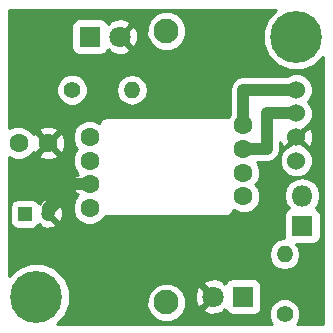
<source format=gbl>
G04 #@! TF.FileFunction,Copper,L2,Bot,Signal*
%FSLAX46Y46*%
G04 Gerber Fmt 4.6, Leading zero omitted, Abs format (unit mm)*
G04 Created by KiCad (PCBNEW 4.0.7-e2-6376~58~ubuntu16.04.1) date Mon May 21 22:34:23 2018*
%MOMM*%
%LPD*%
G01*
G04 APERTURE LIST*
%ADD10C,0.100000*%
%ADD11C,2.100000*%
%ADD12C,1.600000*%
%ADD13R,1.200000X1.200000*%
%ADD14C,1.200000*%
%ADD15R,1.800000X1.800000*%
%ADD16C,1.800000*%
%ADD17O,1.800000X1.800000*%
%ADD18C,4.400000*%
%ADD19C,1.400000*%
%ADD20O,1.400000X1.400000*%
%ADD21C,1.524000*%
%ADD22C,1.000000*%
%ADD23C,0.254000*%
G04 APERTURE END LIST*
D10*
D11*
X168000000Y-95750000D03*
X168000000Y-72750000D03*
D12*
X155500000Y-82250000D03*
X158000000Y-82250000D03*
D13*
X156000000Y-88250000D03*
D14*
X158000000Y-88250000D03*
D15*
X174500000Y-95250000D03*
D16*
X171960000Y-95250000D03*
D15*
X161500000Y-73250000D03*
D16*
X164040000Y-73250000D03*
D15*
X179500000Y-89250000D03*
D17*
X179500000Y-86710000D03*
D18*
X157000000Y-95250000D03*
X179000000Y-73250000D03*
D19*
X178000000Y-96750000D03*
D20*
X178000000Y-91670000D03*
D19*
X160000000Y-77750000D03*
D20*
X165080000Y-77750000D03*
D21*
X179000000Y-83750000D03*
X179000000Y-81750000D03*
X179000000Y-79750000D03*
X179000000Y-77750000D03*
D12*
X161500000Y-87750000D03*
X161500000Y-85750000D03*
X161500000Y-83750000D03*
X161500000Y-81750000D03*
X174500000Y-86750000D03*
X174500000Y-84750000D03*
X174500000Y-82750000D03*
X174500000Y-80750000D03*
D22*
X158000000Y-88250000D02*
X158000000Y-87750000D01*
X158000000Y-87750000D02*
X160000000Y-85750000D01*
X160000000Y-85750000D02*
X161500000Y-85750000D01*
X179000000Y-79750000D02*
X176500000Y-79750000D01*
X176500000Y-82750000D02*
X174500000Y-82750000D01*
X176500000Y-79750000D02*
X176500000Y-82750000D01*
X179000000Y-77750000D02*
X174500000Y-77750000D01*
X174500000Y-77750000D02*
X174500000Y-80750000D01*
D23*
G36*
X176598005Y-71642005D02*
X176165493Y-72683610D01*
X176164509Y-73811442D01*
X176595202Y-74853801D01*
X177392005Y-75651995D01*
X178433610Y-76084507D01*
X179561442Y-76085491D01*
X180603801Y-75654798D01*
X181290000Y-74969795D01*
X181290000Y-97540000D01*
X179098245Y-97540000D01*
X179131098Y-97507204D01*
X179334768Y-97016713D01*
X179335231Y-96485617D01*
X179132418Y-95994771D01*
X178757204Y-95618902D01*
X178266713Y-95415232D01*
X177735617Y-95414769D01*
X177244771Y-95617582D01*
X176868902Y-95992796D01*
X176665232Y-96483287D01*
X176664769Y-97014383D01*
X176867582Y-97505229D01*
X176902292Y-97540000D01*
X158718799Y-97540000D01*
X159401995Y-96857995D01*
X159723511Y-96083697D01*
X166314708Y-96083697D01*
X166570694Y-96703229D01*
X167044278Y-97177640D01*
X167663362Y-97434707D01*
X168333697Y-97435292D01*
X168953229Y-97179306D01*
X169427640Y-96705722D01*
X169684707Y-96086638D01*
X169685292Y-95416303D01*
X169517137Y-95009336D01*
X170413542Y-95009336D01*
X170439161Y-95619460D01*
X170623357Y-96064148D01*
X170879841Y-96150554D01*
X171780395Y-95250000D01*
X170879841Y-94349446D01*
X170623357Y-94435852D01*
X170413542Y-95009336D01*
X169517137Y-95009336D01*
X169429306Y-94796771D01*
X168955722Y-94322360D01*
X168588417Y-94169841D01*
X171059446Y-94169841D01*
X171960000Y-95070395D01*
X171974143Y-95056253D01*
X172153748Y-95235858D01*
X172139605Y-95250000D01*
X172153748Y-95264143D01*
X171974143Y-95443748D01*
X171960000Y-95429605D01*
X171059446Y-96330159D01*
X171145852Y-96586643D01*
X171719336Y-96796458D01*
X172329460Y-96770839D01*
X172774148Y-96586643D01*
X172860553Y-96330161D01*
X172975110Y-96444718D01*
X173011588Y-96408240D01*
X173135910Y-96601441D01*
X173348110Y-96746431D01*
X173600000Y-96797440D01*
X175400000Y-96797440D01*
X175635317Y-96753162D01*
X175851441Y-96614090D01*
X175996431Y-96401890D01*
X176047440Y-96150000D01*
X176047440Y-94350000D01*
X176003162Y-94114683D01*
X175864090Y-93898559D01*
X175651890Y-93753569D01*
X175400000Y-93702560D01*
X173600000Y-93702560D01*
X173364683Y-93746838D01*
X173148559Y-93885910D01*
X173009402Y-94089574D01*
X172975110Y-94055282D01*
X172860553Y-94169839D01*
X172774148Y-93913357D01*
X172200664Y-93703542D01*
X171590540Y-93729161D01*
X171145852Y-93913357D01*
X171059446Y-94169841D01*
X168588417Y-94169841D01*
X168336638Y-94065293D01*
X167666303Y-94064708D01*
X167046771Y-94320694D01*
X166572360Y-94794278D01*
X166315293Y-95413362D01*
X166314708Y-96083697D01*
X159723511Y-96083697D01*
X159834507Y-95816390D01*
X159835491Y-94688558D01*
X159404798Y-93646199D01*
X158607995Y-92848005D01*
X157566390Y-92415493D01*
X156438558Y-92414509D01*
X155396199Y-92845202D01*
X154710000Y-93530205D01*
X154710000Y-91643846D01*
X176665000Y-91643846D01*
X176665000Y-91696154D01*
X176766621Y-92207036D01*
X177056012Y-92640142D01*
X177489118Y-92929533D01*
X178000000Y-93031154D01*
X178510882Y-92929533D01*
X178943988Y-92640142D01*
X179233379Y-92207036D01*
X179335000Y-91696154D01*
X179335000Y-91643846D01*
X179233379Y-91132964D01*
X179009190Y-90797440D01*
X180400000Y-90797440D01*
X180635317Y-90753162D01*
X180851441Y-90614090D01*
X180996431Y-90401890D01*
X181047440Y-90150000D01*
X181047440Y-88350000D01*
X181003162Y-88114683D01*
X180864090Y-87898559D01*
X180651890Y-87753569D01*
X180635656Y-87750281D01*
X180918155Y-87327491D01*
X181035000Y-86740072D01*
X181035000Y-86679928D01*
X180918155Y-86092509D01*
X180585409Y-85594519D01*
X180087419Y-85261773D01*
X179500000Y-85144928D01*
X178912581Y-85261773D01*
X178414591Y-85594519D01*
X178081845Y-86092509D01*
X177965000Y-86679928D01*
X177965000Y-86740072D01*
X178081845Y-87327491D01*
X178362837Y-87748026D01*
X178148559Y-87885910D01*
X178003569Y-88098110D01*
X177952560Y-88350000D01*
X177952560Y-90150000D01*
X177983082Y-90312211D01*
X177489118Y-90410467D01*
X177056012Y-90699858D01*
X176766621Y-91132964D01*
X176665000Y-91643846D01*
X154710000Y-91643846D01*
X154710000Y-87650000D01*
X154752560Y-87650000D01*
X154752560Y-88850000D01*
X154796838Y-89085317D01*
X154935910Y-89301441D01*
X155148110Y-89446431D01*
X155400000Y-89497440D01*
X156600000Y-89497440D01*
X156835317Y-89453162D01*
X157051441Y-89314090D01*
X157146993Y-89174245D01*
X157201178Y-89228430D01*
X157316871Y-89112737D01*
X157366383Y-89338164D01*
X157831036Y-89497807D01*
X158321413Y-89467482D01*
X158633617Y-89338164D01*
X158683130Y-89112735D01*
X158000000Y-88429605D01*
X157985858Y-88443748D01*
X157806253Y-88264143D01*
X157820395Y-88250000D01*
X158179605Y-88250000D01*
X158862735Y-88933130D01*
X159088164Y-88883617D01*
X159247807Y-88418964D01*
X159217482Y-87928587D01*
X159088164Y-87616383D01*
X158862735Y-87566870D01*
X158179605Y-88250000D01*
X157820395Y-88250000D01*
X157806253Y-88235858D01*
X157985858Y-88056253D01*
X158000000Y-88070395D01*
X158683130Y-87387265D01*
X158633617Y-87161836D01*
X158168964Y-87002193D01*
X157678587Y-87032518D01*
X157366383Y-87161836D01*
X157316871Y-87387263D01*
X157201178Y-87271570D01*
X157146351Y-87326397D01*
X157064090Y-87198559D01*
X156851890Y-87053569D01*
X156600000Y-87002560D01*
X155400000Y-87002560D01*
X155164683Y-87046838D01*
X154948559Y-87185910D01*
X154803569Y-87398110D01*
X154752560Y-87650000D01*
X154710000Y-87650000D01*
X154710000Y-85533223D01*
X160053035Y-85533223D01*
X160080222Y-86103454D01*
X160246136Y-86504005D01*
X160492253Y-86578139D01*
X160377378Y-86693014D01*
X160452455Y-86768091D01*
X160284176Y-86936077D01*
X160065250Y-87463309D01*
X160064752Y-88034187D01*
X160282757Y-88561800D01*
X160686077Y-88965824D01*
X161213309Y-89184750D01*
X161784187Y-89185248D01*
X162311800Y-88967243D01*
X162715824Y-88563923D01*
X162777365Y-88415715D01*
X163000000Y-88460000D01*
X173000000Y-88460000D01*
X173271705Y-88405954D01*
X173502046Y-88252046D01*
X173655954Y-88021705D01*
X173670228Y-87949947D01*
X173686077Y-87965824D01*
X174213309Y-88184750D01*
X174784187Y-88185248D01*
X175311800Y-87967243D01*
X175715824Y-87563923D01*
X175934750Y-87036691D01*
X175935248Y-86465813D01*
X175717243Y-85938200D01*
X175529397Y-85750026D01*
X175715824Y-85563923D01*
X175934750Y-85036691D01*
X175935248Y-84465813D01*
X175753795Y-84026661D01*
X177602758Y-84026661D01*
X177814990Y-84540303D01*
X178207630Y-84933629D01*
X178720900Y-85146757D01*
X179276661Y-85147242D01*
X179790303Y-84935010D01*
X180183629Y-84542370D01*
X180396757Y-84029100D01*
X180397242Y-83473339D01*
X180185010Y-82959697D01*
X179792370Y-82566371D01*
X179526273Y-82455878D01*
X179000000Y-81929605D01*
X178473698Y-82455907D01*
X178209697Y-82564990D01*
X177816371Y-82957630D01*
X177603243Y-83470900D01*
X177602758Y-84026661D01*
X175753795Y-84026661D01*
X175717243Y-83938200D01*
X175664136Y-83885000D01*
X176500000Y-83885000D01*
X176934346Y-83798603D01*
X177302566Y-83552566D01*
X177548603Y-83184346D01*
X177635000Y-82750000D01*
X177635000Y-82136869D01*
X177777603Y-82481143D01*
X178019787Y-82550608D01*
X178820395Y-81750000D01*
X179179605Y-81750000D01*
X179980213Y-82550608D01*
X180222397Y-82481143D01*
X180409144Y-81957698D01*
X180381362Y-81402632D01*
X180222397Y-81018857D01*
X179980213Y-80949392D01*
X179179605Y-81750000D01*
X178820395Y-81750000D01*
X178806253Y-81735858D01*
X178985858Y-81556253D01*
X179000000Y-81570395D01*
X179526302Y-81044093D01*
X179790303Y-80935010D01*
X180183629Y-80542370D01*
X180396757Y-80029100D01*
X180397242Y-79473339D01*
X180185010Y-78959697D01*
X179975658Y-78749979D01*
X180183629Y-78542370D01*
X180396757Y-78029100D01*
X180397242Y-77473339D01*
X180185010Y-76959697D01*
X179792370Y-76566371D01*
X179279100Y-76353243D01*
X178723339Y-76352758D01*
X178209697Y-76564990D01*
X178159600Y-76615000D01*
X174500000Y-76615000D01*
X174065654Y-76701397D01*
X173697434Y-76947434D01*
X173451397Y-77315654D01*
X173365000Y-77750000D01*
X173365000Y-79855394D01*
X173284176Y-79936077D01*
X173222635Y-80084285D01*
X173000000Y-80040000D01*
X163000000Y-80040000D01*
X162728295Y-80094046D01*
X162497954Y-80247954D01*
X162344046Y-80478295D01*
X162329772Y-80550053D01*
X162313923Y-80534176D01*
X161786691Y-80315250D01*
X161215813Y-80314752D01*
X160688200Y-80532757D01*
X160284176Y-80936077D01*
X160065250Y-81463309D01*
X160064752Y-82034187D01*
X160282757Y-82561800D01*
X160470603Y-82749974D01*
X160284176Y-82936077D01*
X160065250Y-83463309D01*
X160064752Y-84034187D01*
X160282757Y-84561800D01*
X160452512Y-84731852D01*
X160377378Y-84806986D01*
X160492253Y-84921861D01*
X160246136Y-84995995D01*
X160053035Y-85533223D01*
X154710000Y-85533223D01*
X154710000Y-83475758D01*
X155213309Y-83684750D01*
X155784187Y-83685248D01*
X156311800Y-83467243D01*
X156521663Y-83257745D01*
X157171861Y-83257745D01*
X157245995Y-83503864D01*
X157783223Y-83696965D01*
X158353454Y-83669778D01*
X158754005Y-83503864D01*
X158828139Y-83257745D01*
X158000000Y-82429605D01*
X157171861Y-83257745D01*
X156521663Y-83257745D01*
X156715824Y-83063923D01*
X156743423Y-82997456D01*
X156746136Y-83004005D01*
X156992255Y-83078139D01*
X157820395Y-82250000D01*
X158179605Y-82250000D01*
X159007745Y-83078139D01*
X159253864Y-83004005D01*
X159446965Y-82466777D01*
X159419778Y-81896546D01*
X159253864Y-81495995D01*
X159007745Y-81421861D01*
X158179605Y-82250000D01*
X157820395Y-82250000D01*
X156992255Y-81421861D01*
X156746136Y-81495995D01*
X156743804Y-81502483D01*
X156717243Y-81438200D01*
X156521640Y-81242255D01*
X157171861Y-81242255D01*
X158000000Y-82070395D01*
X158828139Y-81242255D01*
X158754005Y-80996136D01*
X158216777Y-80803035D01*
X157646546Y-80830222D01*
X157245995Y-80996136D01*
X157171861Y-81242255D01*
X156521640Y-81242255D01*
X156313923Y-81034176D01*
X155786691Y-80815250D01*
X155215813Y-80814752D01*
X154710000Y-81023749D01*
X154710000Y-78014383D01*
X158664769Y-78014383D01*
X158867582Y-78505229D01*
X159242796Y-78881098D01*
X159733287Y-79084768D01*
X160264383Y-79085231D01*
X160755229Y-78882418D01*
X161131098Y-78507204D01*
X161334768Y-78016713D01*
X161335000Y-77750000D01*
X163718846Y-77750000D01*
X163820467Y-78260882D01*
X164109858Y-78693988D01*
X164542964Y-78983379D01*
X165053846Y-79085000D01*
X165106154Y-79085000D01*
X165617036Y-78983379D01*
X166050142Y-78693988D01*
X166339533Y-78260882D01*
X166441154Y-77750000D01*
X166339533Y-77239118D01*
X166050142Y-76806012D01*
X165617036Y-76516621D01*
X165106154Y-76415000D01*
X165053846Y-76415000D01*
X164542964Y-76516621D01*
X164109858Y-76806012D01*
X163820467Y-77239118D01*
X163718846Y-77750000D01*
X161335000Y-77750000D01*
X161335231Y-77485617D01*
X161132418Y-76994771D01*
X160757204Y-76618902D01*
X160266713Y-76415232D01*
X159735617Y-76414769D01*
X159244771Y-76617582D01*
X158868902Y-76992796D01*
X158665232Y-77483287D01*
X158664769Y-78014383D01*
X154710000Y-78014383D01*
X154710000Y-72350000D01*
X159952560Y-72350000D01*
X159952560Y-74150000D01*
X159996838Y-74385317D01*
X160135910Y-74601441D01*
X160348110Y-74746431D01*
X160600000Y-74797440D01*
X162400000Y-74797440D01*
X162635317Y-74753162D01*
X162851441Y-74614090D01*
X162990598Y-74410426D01*
X163024890Y-74444718D01*
X163139447Y-74330161D01*
X163225852Y-74586643D01*
X163799336Y-74796458D01*
X164409460Y-74770839D01*
X164854148Y-74586643D01*
X164940554Y-74330159D01*
X164040000Y-73429605D01*
X164025858Y-73443748D01*
X163846253Y-73264143D01*
X163860395Y-73250000D01*
X164219605Y-73250000D01*
X165120159Y-74150554D01*
X165376643Y-74064148D01*
X165586458Y-73490664D01*
X165569370Y-73083697D01*
X166314708Y-73083697D01*
X166570694Y-73703229D01*
X167044278Y-74177640D01*
X167663362Y-74434707D01*
X168333697Y-74435292D01*
X168953229Y-74179306D01*
X169427640Y-73705722D01*
X169684707Y-73086638D01*
X169685292Y-72416303D01*
X169429306Y-71796771D01*
X168955722Y-71322360D01*
X168336638Y-71065293D01*
X167666303Y-71064708D01*
X167046771Y-71320694D01*
X166572360Y-71794278D01*
X166315293Y-72413362D01*
X166314708Y-73083697D01*
X165569370Y-73083697D01*
X165560839Y-72880540D01*
X165376643Y-72435852D01*
X165120159Y-72349446D01*
X164219605Y-73250000D01*
X163860395Y-73250000D01*
X163846253Y-73235858D01*
X164025858Y-73056253D01*
X164040000Y-73070395D01*
X164940554Y-72169841D01*
X164854148Y-71913357D01*
X164280664Y-71703542D01*
X163670540Y-71729161D01*
X163225852Y-71913357D01*
X163139447Y-72169839D01*
X163024890Y-72055282D01*
X162988412Y-72091760D01*
X162864090Y-71898559D01*
X162651890Y-71753569D01*
X162400000Y-71702560D01*
X160600000Y-71702560D01*
X160364683Y-71746838D01*
X160148559Y-71885910D01*
X160003569Y-72098110D01*
X159952560Y-72350000D01*
X154710000Y-72350000D01*
X154710000Y-70960000D01*
X177281201Y-70960000D01*
X176598005Y-71642005D01*
X176598005Y-71642005D01*
G37*
X176598005Y-71642005D02*
X176165493Y-72683610D01*
X176164509Y-73811442D01*
X176595202Y-74853801D01*
X177392005Y-75651995D01*
X178433610Y-76084507D01*
X179561442Y-76085491D01*
X180603801Y-75654798D01*
X181290000Y-74969795D01*
X181290000Y-97540000D01*
X179098245Y-97540000D01*
X179131098Y-97507204D01*
X179334768Y-97016713D01*
X179335231Y-96485617D01*
X179132418Y-95994771D01*
X178757204Y-95618902D01*
X178266713Y-95415232D01*
X177735617Y-95414769D01*
X177244771Y-95617582D01*
X176868902Y-95992796D01*
X176665232Y-96483287D01*
X176664769Y-97014383D01*
X176867582Y-97505229D01*
X176902292Y-97540000D01*
X158718799Y-97540000D01*
X159401995Y-96857995D01*
X159723511Y-96083697D01*
X166314708Y-96083697D01*
X166570694Y-96703229D01*
X167044278Y-97177640D01*
X167663362Y-97434707D01*
X168333697Y-97435292D01*
X168953229Y-97179306D01*
X169427640Y-96705722D01*
X169684707Y-96086638D01*
X169685292Y-95416303D01*
X169517137Y-95009336D01*
X170413542Y-95009336D01*
X170439161Y-95619460D01*
X170623357Y-96064148D01*
X170879841Y-96150554D01*
X171780395Y-95250000D01*
X170879841Y-94349446D01*
X170623357Y-94435852D01*
X170413542Y-95009336D01*
X169517137Y-95009336D01*
X169429306Y-94796771D01*
X168955722Y-94322360D01*
X168588417Y-94169841D01*
X171059446Y-94169841D01*
X171960000Y-95070395D01*
X171974143Y-95056253D01*
X172153748Y-95235858D01*
X172139605Y-95250000D01*
X172153748Y-95264143D01*
X171974143Y-95443748D01*
X171960000Y-95429605D01*
X171059446Y-96330159D01*
X171145852Y-96586643D01*
X171719336Y-96796458D01*
X172329460Y-96770839D01*
X172774148Y-96586643D01*
X172860553Y-96330161D01*
X172975110Y-96444718D01*
X173011588Y-96408240D01*
X173135910Y-96601441D01*
X173348110Y-96746431D01*
X173600000Y-96797440D01*
X175400000Y-96797440D01*
X175635317Y-96753162D01*
X175851441Y-96614090D01*
X175996431Y-96401890D01*
X176047440Y-96150000D01*
X176047440Y-94350000D01*
X176003162Y-94114683D01*
X175864090Y-93898559D01*
X175651890Y-93753569D01*
X175400000Y-93702560D01*
X173600000Y-93702560D01*
X173364683Y-93746838D01*
X173148559Y-93885910D01*
X173009402Y-94089574D01*
X172975110Y-94055282D01*
X172860553Y-94169839D01*
X172774148Y-93913357D01*
X172200664Y-93703542D01*
X171590540Y-93729161D01*
X171145852Y-93913357D01*
X171059446Y-94169841D01*
X168588417Y-94169841D01*
X168336638Y-94065293D01*
X167666303Y-94064708D01*
X167046771Y-94320694D01*
X166572360Y-94794278D01*
X166315293Y-95413362D01*
X166314708Y-96083697D01*
X159723511Y-96083697D01*
X159834507Y-95816390D01*
X159835491Y-94688558D01*
X159404798Y-93646199D01*
X158607995Y-92848005D01*
X157566390Y-92415493D01*
X156438558Y-92414509D01*
X155396199Y-92845202D01*
X154710000Y-93530205D01*
X154710000Y-91643846D01*
X176665000Y-91643846D01*
X176665000Y-91696154D01*
X176766621Y-92207036D01*
X177056012Y-92640142D01*
X177489118Y-92929533D01*
X178000000Y-93031154D01*
X178510882Y-92929533D01*
X178943988Y-92640142D01*
X179233379Y-92207036D01*
X179335000Y-91696154D01*
X179335000Y-91643846D01*
X179233379Y-91132964D01*
X179009190Y-90797440D01*
X180400000Y-90797440D01*
X180635317Y-90753162D01*
X180851441Y-90614090D01*
X180996431Y-90401890D01*
X181047440Y-90150000D01*
X181047440Y-88350000D01*
X181003162Y-88114683D01*
X180864090Y-87898559D01*
X180651890Y-87753569D01*
X180635656Y-87750281D01*
X180918155Y-87327491D01*
X181035000Y-86740072D01*
X181035000Y-86679928D01*
X180918155Y-86092509D01*
X180585409Y-85594519D01*
X180087419Y-85261773D01*
X179500000Y-85144928D01*
X178912581Y-85261773D01*
X178414591Y-85594519D01*
X178081845Y-86092509D01*
X177965000Y-86679928D01*
X177965000Y-86740072D01*
X178081845Y-87327491D01*
X178362837Y-87748026D01*
X178148559Y-87885910D01*
X178003569Y-88098110D01*
X177952560Y-88350000D01*
X177952560Y-90150000D01*
X177983082Y-90312211D01*
X177489118Y-90410467D01*
X177056012Y-90699858D01*
X176766621Y-91132964D01*
X176665000Y-91643846D01*
X154710000Y-91643846D01*
X154710000Y-87650000D01*
X154752560Y-87650000D01*
X154752560Y-88850000D01*
X154796838Y-89085317D01*
X154935910Y-89301441D01*
X155148110Y-89446431D01*
X155400000Y-89497440D01*
X156600000Y-89497440D01*
X156835317Y-89453162D01*
X157051441Y-89314090D01*
X157146993Y-89174245D01*
X157201178Y-89228430D01*
X157316871Y-89112737D01*
X157366383Y-89338164D01*
X157831036Y-89497807D01*
X158321413Y-89467482D01*
X158633617Y-89338164D01*
X158683130Y-89112735D01*
X158000000Y-88429605D01*
X157985858Y-88443748D01*
X157806253Y-88264143D01*
X157820395Y-88250000D01*
X158179605Y-88250000D01*
X158862735Y-88933130D01*
X159088164Y-88883617D01*
X159247807Y-88418964D01*
X159217482Y-87928587D01*
X159088164Y-87616383D01*
X158862735Y-87566870D01*
X158179605Y-88250000D01*
X157820395Y-88250000D01*
X157806253Y-88235858D01*
X157985858Y-88056253D01*
X158000000Y-88070395D01*
X158683130Y-87387265D01*
X158633617Y-87161836D01*
X158168964Y-87002193D01*
X157678587Y-87032518D01*
X157366383Y-87161836D01*
X157316871Y-87387263D01*
X157201178Y-87271570D01*
X157146351Y-87326397D01*
X157064090Y-87198559D01*
X156851890Y-87053569D01*
X156600000Y-87002560D01*
X155400000Y-87002560D01*
X155164683Y-87046838D01*
X154948559Y-87185910D01*
X154803569Y-87398110D01*
X154752560Y-87650000D01*
X154710000Y-87650000D01*
X154710000Y-85533223D01*
X160053035Y-85533223D01*
X160080222Y-86103454D01*
X160246136Y-86504005D01*
X160492253Y-86578139D01*
X160377378Y-86693014D01*
X160452455Y-86768091D01*
X160284176Y-86936077D01*
X160065250Y-87463309D01*
X160064752Y-88034187D01*
X160282757Y-88561800D01*
X160686077Y-88965824D01*
X161213309Y-89184750D01*
X161784187Y-89185248D01*
X162311800Y-88967243D01*
X162715824Y-88563923D01*
X162777365Y-88415715D01*
X163000000Y-88460000D01*
X173000000Y-88460000D01*
X173271705Y-88405954D01*
X173502046Y-88252046D01*
X173655954Y-88021705D01*
X173670228Y-87949947D01*
X173686077Y-87965824D01*
X174213309Y-88184750D01*
X174784187Y-88185248D01*
X175311800Y-87967243D01*
X175715824Y-87563923D01*
X175934750Y-87036691D01*
X175935248Y-86465813D01*
X175717243Y-85938200D01*
X175529397Y-85750026D01*
X175715824Y-85563923D01*
X175934750Y-85036691D01*
X175935248Y-84465813D01*
X175753795Y-84026661D01*
X177602758Y-84026661D01*
X177814990Y-84540303D01*
X178207630Y-84933629D01*
X178720900Y-85146757D01*
X179276661Y-85147242D01*
X179790303Y-84935010D01*
X180183629Y-84542370D01*
X180396757Y-84029100D01*
X180397242Y-83473339D01*
X180185010Y-82959697D01*
X179792370Y-82566371D01*
X179526273Y-82455878D01*
X179000000Y-81929605D01*
X178473698Y-82455907D01*
X178209697Y-82564990D01*
X177816371Y-82957630D01*
X177603243Y-83470900D01*
X177602758Y-84026661D01*
X175753795Y-84026661D01*
X175717243Y-83938200D01*
X175664136Y-83885000D01*
X176500000Y-83885000D01*
X176934346Y-83798603D01*
X177302566Y-83552566D01*
X177548603Y-83184346D01*
X177635000Y-82750000D01*
X177635000Y-82136869D01*
X177777603Y-82481143D01*
X178019787Y-82550608D01*
X178820395Y-81750000D01*
X179179605Y-81750000D01*
X179980213Y-82550608D01*
X180222397Y-82481143D01*
X180409144Y-81957698D01*
X180381362Y-81402632D01*
X180222397Y-81018857D01*
X179980213Y-80949392D01*
X179179605Y-81750000D01*
X178820395Y-81750000D01*
X178806253Y-81735858D01*
X178985858Y-81556253D01*
X179000000Y-81570395D01*
X179526302Y-81044093D01*
X179790303Y-80935010D01*
X180183629Y-80542370D01*
X180396757Y-80029100D01*
X180397242Y-79473339D01*
X180185010Y-78959697D01*
X179975658Y-78749979D01*
X180183629Y-78542370D01*
X180396757Y-78029100D01*
X180397242Y-77473339D01*
X180185010Y-76959697D01*
X179792370Y-76566371D01*
X179279100Y-76353243D01*
X178723339Y-76352758D01*
X178209697Y-76564990D01*
X178159600Y-76615000D01*
X174500000Y-76615000D01*
X174065654Y-76701397D01*
X173697434Y-76947434D01*
X173451397Y-77315654D01*
X173365000Y-77750000D01*
X173365000Y-79855394D01*
X173284176Y-79936077D01*
X173222635Y-80084285D01*
X173000000Y-80040000D01*
X163000000Y-80040000D01*
X162728295Y-80094046D01*
X162497954Y-80247954D01*
X162344046Y-80478295D01*
X162329772Y-80550053D01*
X162313923Y-80534176D01*
X161786691Y-80315250D01*
X161215813Y-80314752D01*
X160688200Y-80532757D01*
X160284176Y-80936077D01*
X160065250Y-81463309D01*
X160064752Y-82034187D01*
X160282757Y-82561800D01*
X160470603Y-82749974D01*
X160284176Y-82936077D01*
X160065250Y-83463309D01*
X160064752Y-84034187D01*
X160282757Y-84561800D01*
X160452512Y-84731852D01*
X160377378Y-84806986D01*
X160492253Y-84921861D01*
X160246136Y-84995995D01*
X160053035Y-85533223D01*
X154710000Y-85533223D01*
X154710000Y-83475758D01*
X155213309Y-83684750D01*
X155784187Y-83685248D01*
X156311800Y-83467243D01*
X156521663Y-83257745D01*
X157171861Y-83257745D01*
X157245995Y-83503864D01*
X157783223Y-83696965D01*
X158353454Y-83669778D01*
X158754005Y-83503864D01*
X158828139Y-83257745D01*
X158000000Y-82429605D01*
X157171861Y-83257745D01*
X156521663Y-83257745D01*
X156715824Y-83063923D01*
X156743423Y-82997456D01*
X156746136Y-83004005D01*
X156992255Y-83078139D01*
X157820395Y-82250000D01*
X158179605Y-82250000D01*
X159007745Y-83078139D01*
X159253864Y-83004005D01*
X159446965Y-82466777D01*
X159419778Y-81896546D01*
X159253864Y-81495995D01*
X159007745Y-81421861D01*
X158179605Y-82250000D01*
X157820395Y-82250000D01*
X156992255Y-81421861D01*
X156746136Y-81495995D01*
X156743804Y-81502483D01*
X156717243Y-81438200D01*
X156521640Y-81242255D01*
X157171861Y-81242255D01*
X158000000Y-82070395D01*
X158828139Y-81242255D01*
X158754005Y-80996136D01*
X158216777Y-80803035D01*
X157646546Y-80830222D01*
X157245995Y-80996136D01*
X157171861Y-81242255D01*
X156521640Y-81242255D01*
X156313923Y-81034176D01*
X155786691Y-80815250D01*
X155215813Y-80814752D01*
X154710000Y-81023749D01*
X154710000Y-78014383D01*
X158664769Y-78014383D01*
X158867582Y-78505229D01*
X159242796Y-78881098D01*
X159733287Y-79084768D01*
X160264383Y-79085231D01*
X160755229Y-78882418D01*
X161131098Y-78507204D01*
X161334768Y-78016713D01*
X161335000Y-77750000D01*
X163718846Y-77750000D01*
X163820467Y-78260882D01*
X164109858Y-78693988D01*
X164542964Y-78983379D01*
X165053846Y-79085000D01*
X165106154Y-79085000D01*
X165617036Y-78983379D01*
X166050142Y-78693988D01*
X166339533Y-78260882D01*
X166441154Y-77750000D01*
X166339533Y-77239118D01*
X166050142Y-76806012D01*
X165617036Y-76516621D01*
X165106154Y-76415000D01*
X165053846Y-76415000D01*
X164542964Y-76516621D01*
X164109858Y-76806012D01*
X163820467Y-77239118D01*
X163718846Y-77750000D01*
X161335000Y-77750000D01*
X161335231Y-77485617D01*
X161132418Y-76994771D01*
X160757204Y-76618902D01*
X160266713Y-76415232D01*
X159735617Y-76414769D01*
X159244771Y-76617582D01*
X158868902Y-76992796D01*
X158665232Y-77483287D01*
X158664769Y-78014383D01*
X154710000Y-78014383D01*
X154710000Y-72350000D01*
X159952560Y-72350000D01*
X159952560Y-74150000D01*
X159996838Y-74385317D01*
X160135910Y-74601441D01*
X160348110Y-74746431D01*
X160600000Y-74797440D01*
X162400000Y-74797440D01*
X162635317Y-74753162D01*
X162851441Y-74614090D01*
X162990598Y-74410426D01*
X163024890Y-74444718D01*
X163139447Y-74330161D01*
X163225852Y-74586643D01*
X163799336Y-74796458D01*
X164409460Y-74770839D01*
X164854148Y-74586643D01*
X164940554Y-74330159D01*
X164040000Y-73429605D01*
X164025858Y-73443748D01*
X163846253Y-73264143D01*
X163860395Y-73250000D01*
X164219605Y-73250000D01*
X165120159Y-74150554D01*
X165376643Y-74064148D01*
X165586458Y-73490664D01*
X165569370Y-73083697D01*
X166314708Y-73083697D01*
X166570694Y-73703229D01*
X167044278Y-74177640D01*
X167663362Y-74434707D01*
X168333697Y-74435292D01*
X168953229Y-74179306D01*
X169427640Y-73705722D01*
X169684707Y-73086638D01*
X169685292Y-72416303D01*
X169429306Y-71796771D01*
X168955722Y-71322360D01*
X168336638Y-71065293D01*
X167666303Y-71064708D01*
X167046771Y-71320694D01*
X166572360Y-71794278D01*
X166315293Y-72413362D01*
X166314708Y-73083697D01*
X165569370Y-73083697D01*
X165560839Y-72880540D01*
X165376643Y-72435852D01*
X165120159Y-72349446D01*
X164219605Y-73250000D01*
X163860395Y-73250000D01*
X163846253Y-73235858D01*
X164025858Y-73056253D01*
X164040000Y-73070395D01*
X164940554Y-72169841D01*
X164854148Y-71913357D01*
X164280664Y-71703542D01*
X163670540Y-71729161D01*
X163225852Y-71913357D01*
X163139447Y-72169839D01*
X163024890Y-72055282D01*
X162988412Y-72091760D01*
X162864090Y-71898559D01*
X162651890Y-71753569D01*
X162400000Y-71702560D01*
X160600000Y-71702560D01*
X160364683Y-71746838D01*
X160148559Y-71885910D01*
X160003569Y-72098110D01*
X159952560Y-72350000D01*
X154710000Y-72350000D01*
X154710000Y-70960000D01*
X177281201Y-70960000D01*
X176598005Y-71642005D01*
G36*
X161693748Y-85735858D02*
X161679605Y-85750000D01*
X161693748Y-85764142D01*
X161514143Y-85943748D01*
X161500000Y-85929605D01*
X161485858Y-85943748D01*
X161306252Y-85764142D01*
X161320395Y-85750000D01*
X161306252Y-85735858D01*
X161485858Y-85556253D01*
X161500000Y-85570395D01*
X161514142Y-85556252D01*
X161693748Y-85735858D01*
X161693748Y-85735858D01*
G37*
X161693748Y-85735858D02*
X161679605Y-85750000D01*
X161693748Y-85764142D01*
X161514143Y-85943748D01*
X161500000Y-85929605D01*
X161485858Y-85943748D01*
X161306252Y-85764142D01*
X161320395Y-85750000D01*
X161306252Y-85735858D01*
X161485858Y-85556253D01*
X161500000Y-85570395D01*
X161514142Y-85556252D01*
X161693748Y-85735858D01*
M02*

</source>
